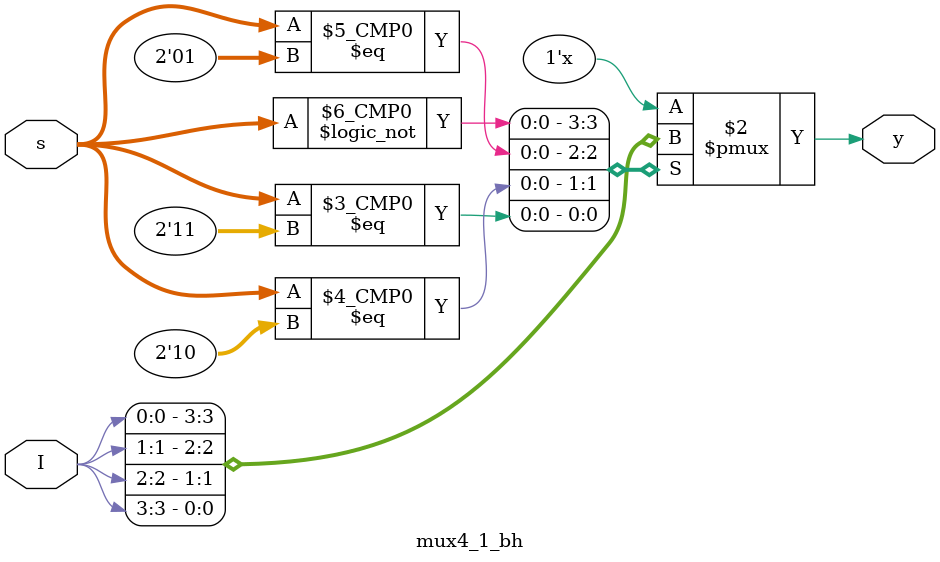
<source format=v>


module mux4_1_df1(y, I, s);
  output y;
  input [1:0]s;
  input [3:0] I;
  assign y=I[s];

endmodule

module mux4_1_df2(y, I, s);
  output y;
  input [1:0]s;
  input [3:0] I;
  assign y=((s==2'd0)?I[0]:
            (s==2'd1)?I[1]:
            (s==2'd2)?I[2]:
            I[3]);

endmodule

module mux4_1_bh(y, I, s);
  output reg y;
  input [1:0]s;
  input [3:0] I;

  always@(*) begin
    case(s)
      2'd0:y=I[0];
      2'd1:y=I[1];
      2'd2:y=I[2];
      2'd3:y=I[3];  
      // default: $display ("error");
      default: y = 1'bx;
    endcase
    end
endmodule

</source>
